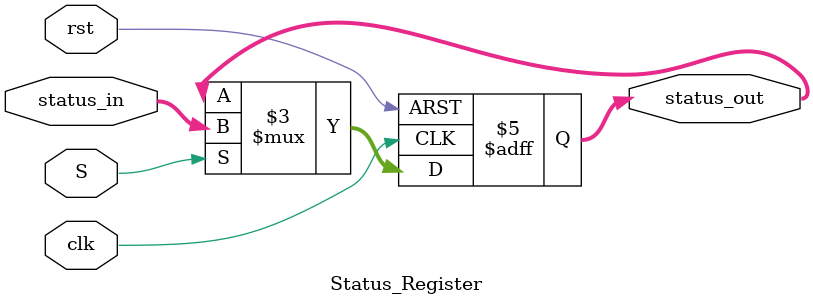
<source format=v>
module Status_Register
(
    input            clk,
    input            rst,
    input            S,
    input      [3:0] status_in,

    output reg [3:0] status_out
);

    always @(negedge clk, posedge rst) begin
        if(rst) status_out <= 0;
        else if(S) status_out <= status_in;
        else status_out <= status_out;
    end

endmodule

</source>
